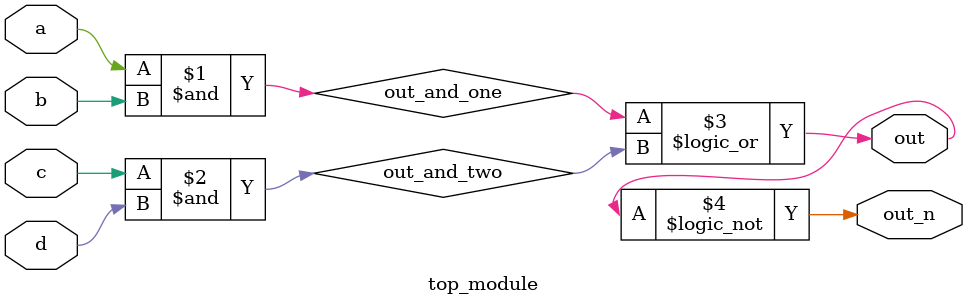
<source format=v>
`default_nettype none
module top_module(
    input a,
    input b,
    input c,
    input d,
    output out,
    output out_n   ); 
    
    wire out_and_one;
    wire out_and_two;
    
    assign out_and_one = a & b;
    assign out_and_two = c & d;
    assign out = out_and_one || out_and_two;
    assign out_n = !out;

endmodule

</source>
